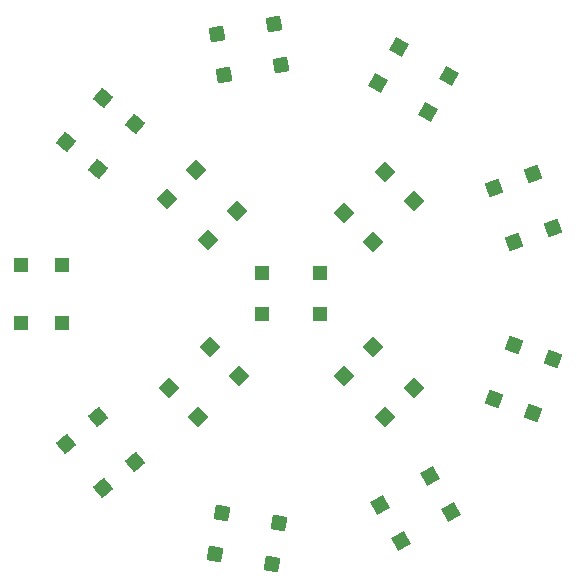
<source format=gtp>
%FSLAX25Y25*%
%MOIN*%
G70*
G01*
G75*
G04 Layer_Color=8421504*
%ADD10P,0.08352X4X360.0*%
%ADD11P,0.08352X4X270.0*%
%ADD12P,0.08352X4X75.0*%
%ADD13P,0.08352X4X115.0*%
%ADD14P,0.08352X4X155.0*%
%ADD15P,0.08352X4X195.0*%
%ADD16P,0.08352X4X235.0*%
%ADD17P,0.08352X4X275.0*%
%ADD18R,0.05906X0.05906*%
%ADD19P,0.08352X4X355.0*%
%ADD20P,0.08352X4X395.0*%
%ADD21R,0.05906X0.05906*%
%ADD22C,0.02500*%
%ADD23C,0.04000*%
%ADD24R,0.12205X0.17716*%
%ADD25R,0.08000X0.05000*%
%ADD26C,0.05000*%
%ADD27C,0.01000*%
%ADD28C,0.01200*%
%ADD29C,0.01500*%
%ADD30P,0.06937X4X360.0*%
%ADD31P,0.06937X4X270.0*%
%ADD32P,0.06937X4X75.0*%
%ADD33P,0.06937X4X115.0*%
%ADD34P,0.06937X4X155.0*%
%ADD35P,0.06937X4X195.0*%
%ADD36P,0.06937X4X235.0*%
%ADD37P,0.06937X4X275.0*%
%ADD38R,0.04906X0.04906*%
%ADD39P,0.06937X4X355.0*%
%ADD40P,0.06937X4X395.0*%
%ADD41R,0.04906X0.04906*%
D30*
X1382192Y1027551D02*
D03*
X1372449Y1017808D02*
D03*
X1368551Y1041192D02*
D03*
X1358808Y1031449D02*
D03*
X1441192Y968551D02*
D03*
X1431449Y958808D02*
D03*
X1427551Y982192D02*
D03*
X1417808Y972449D02*
D03*
D31*
X1427551Y1017308D02*
D03*
X1417808Y1027051D02*
D03*
X1441192Y1030949D02*
D03*
X1431449Y1040692D02*
D03*
X1372949Y982192D02*
D03*
X1382692Y972449D02*
D03*
X1359308Y968551D02*
D03*
X1369051Y958808D02*
D03*
D32*
X1446408Y939289D02*
D03*
X1453298Y927356D02*
D03*
X1429702Y929644D02*
D03*
X1436592Y917710D02*
D03*
D33*
X1474325Y982920D02*
D03*
X1487273Y978207D02*
D03*
X1467727Y964793D02*
D03*
X1480675Y960080D02*
D03*
D34*
X1467727Y1035207D02*
D03*
X1480675Y1039920D02*
D03*
X1474325Y1017080D02*
D03*
X1487273Y1021793D02*
D03*
D35*
X1429202Y1070356D02*
D03*
X1436092Y1082290D02*
D03*
X1445909Y1060711D02*
D03*
X1452798Y1072644D02*
D03*
D36*
X1377697Y1073040D02*
D03*
X1375305Y1086610D02*
D03*
X1396696Y1076390D02*
D03*
X1394303Y1089960D02*
D03*
D37*
X1335578Y1041682D02*
D03*
X1325022Y1050540D02*
D03*
X1347978Y1056460D02*
D03*
X1337422Y1065318D02*
D03*
D38*
X1323890Y990354D02*
D03*
X1310110D02*
D03*
X1323890Y1009646D02*
D03*
X1310110D02*
D03*
D39*
X1347978Y944040D02*
D03*
X1337422Y935182D02*
D03*
X1335578Y958818D02*
D03*
X1325022Y949960D02*
D03*
D40*
X1396196Y923610D02*
D03*
X1393803Y910040D02*
D03*
X1377197Y926960D02*
D03*
X1374804Y913390D02*
D03*
D41*
X1409646Y1006890D02*
D03*
Y993110D02*
D03*
X1390354Y1006890D02*
D03*
Y993110D02*
D03*
M02*

</source>
